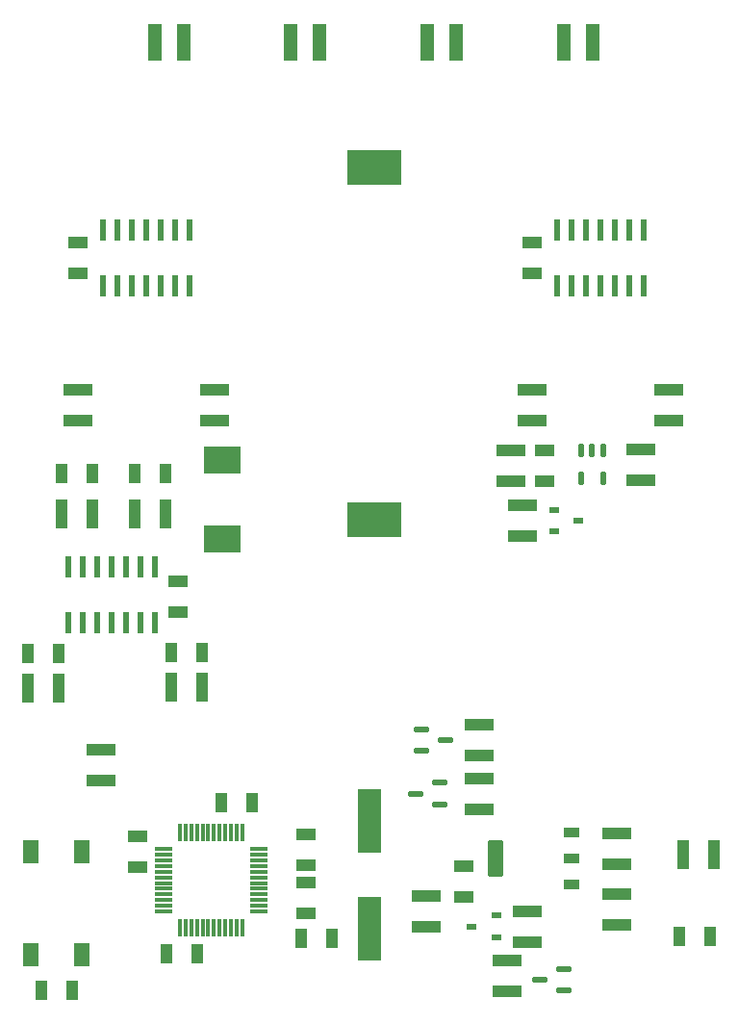
<source format=gbp>
G04*
G04 #@! TF.GenerationSoftware,Altium Limited,Altium Designer,20.1.8 (145)*
G04*
G04 Layer_Color=128*
%FSLAX25Y25*%
%MOIN*%
G70*
G04*
G04 #@! TF.SameCoordinates,CC740219-02E3-49CA-8287-50D337AD25DE*
G04*
G04*
G04 #@! TF.FilePolarity,Positive*
G04*
G01*
G75*
%ADD14R,0.10236X0.04331*%
%ADD15R,0.06693X0.04331*%
%ADD16R,0.05000X0.12520*%
G04:AMPARAMS|DCode=40|XSize=82.68mil|YSize=54.33mil|CornerRadius=4.08mil|HoleSize=0mil|Usage=FLASHONLY|Rotation=270.000|XOffset=0mil|YOffset=0mil|HoleType=Round|Shape=RoundedRectangle|*
%AMROUNDEDRECTD40*
21,1,0.08268,0.04618,0,0,270.0*
21,1,0.07453,0.05433,0,0,270.0*
1,1,0.00815,-0.02309,-0.03726*
1,1,0.00815,-0.02309,0.03726*
1,1,0.00815,0.02309,0.03726*
1,1,0.00815,0.02309,-0.03726*
%
%ADD40ROUNDEDRECTD40*%
%ADD41R,0.04331X0.10236*%
%ADD42R,0.18819X0.12402*%
%ADD43R,0.02000X0.07800*%
%ADD44R,0.12992X0.09449*%
G04:AMPARAMS|DCode=45|XSize=51.18mil|YSize=23.23mil|CornerRadius=5.81mil|HoleSize=0mil|Usage=FLASHONLY|Rotation=180.000|XOffset=0mil|YOffset=0mil|HoleType=Round|Shape=RoundedRectangle|*
%AMROUNDEDRECTD45*
21,1,0.05118,0.01161,0,0,180.0*
21,1,0.03957,0.02323,0,0,180.0*
1,1,0.01161,-0.01978,0.00581*
1,1,0.01161,0.01978,0.00581*
1,1,0.01161,0.01978,-0.00581*
1,1,0.01161,-0.01978,-0.00581*
%
%ADD45ROUNDEDRECTD45*%
%ADD46R,0.08300X0.22000*%
G04:AMPARAMS|DCode=47|XSize=127.56mil|YSize=51.58mil|CornerRadius=3.87mil|HoleSize=0mil|Usage=FLASHONLY|Rotation=270.000|XOffset=0mil|YOffset=0mil|HoleType=Round|Shape=RoundedRectangle|*
%AMROUNDEDRECTD47*
21,1,0.12756,0.04384,0,0,270.0*
21,1,0.11982,0.05158,0,0,270.0*
1,1,0.00774,-0.02192,-0.05991*
1,1,0.00774,-0.02192,0.05991*
1,1,0.00774,0.02192,0.05991*
1,1,0.00774,0.02192,-0.05991*
%
%ADD47ROUNDEDRECTD47*%
G04:AMPARAMS|DCode=48|XSize=36.61mil|YSize=51.58mil|CornerRadius=2.75mil|HoleSize=0mil|Usage=FLASHONLY|Rotation=270.000|XOffset=0mil|YOffset=0mil|HoleType=Round|Shape=RoundedRectangle|*
%AMROUNDEDRECTD48*
21,1,0.03661,0.04608,0,0,270.0*
21,1,0.03112,0.05158,0,0,270.0*
1,1,0.00549,-0.02304,-0.01556*
1,1,0.00549,-0.02304,0.01556*
1,1,0.00549,0.02304,0.01556*
1,1,0.00549,0.02304,-0.01556*
%
%ADD48ROUNDEDRECTD48*%
G04:AMPARAMS|DCode=49|XSize=11.02mil|YSize=61.42mil|CornerRadius=2.76mil|HoleSize=0mil|Usage=FLASHONLY|Rotation=180.000|XOffset=0mil|YOffset=0mil|HoleType=Round|Shape=RoundedRectangle|*
%AMROUNDEDRECTD49*
21,1,0.01102,0.05591,0,0,180.0*
21,1,0.00551,0.06142,0,0,180.0*
1,1,0.00551,-0.00276,0.02795*
1,1,0.00551,0.00276,0.02795*
1,1,0.00551,0.00276,-0.02795*
1,1,0.00551,-0.00276,-0.02795*
%
%ADD49ROUNDEDRECTD49*%
G04:AMPARAMS|DCode=50|XSize=11.02mil|YSize=61.42mil|CornerRadius=2.76mil|HoleSize=0mil|Usage=FLASHONLY|Rotation=90.000|XOffset=0mil|YOffset=0mil|HoleType=Round|Shape=RoundedRectangle|*
%AMROUNDEDRECTD50*
21,1,0.01102,0.05591,0,0,90.0*
21,1,0.00551,0.06142,0,0,90.0*
1,1,0.00551,0.02795,0.00276*
1,1,0.00551,0.02795,-0.00276*
1,1,0.00551,-0.02795,-0.00276*
1,1,0.00551,-0.02795,0.00276*
%
%ADD50ROUNDEDRECTD50*%
%ADD51R,0.04331X0.06693*%
%ADD52R,0.03347X0.02362*%
G04:AMPARAMS|DCode=53|XSize=47.64mil|YSize=23.23mil|CornerRadius=5.81mil|HoleSize=0mil|Usage=FLASHONLY|Rotation=270.000|XOffset=0mil|YOffset=0mil|HoleType=Round|Shape=RoundedRectangle|*
%AMROUNDEDRECTD53*
21,1,0.04764,0.01161,0,0,270.0*
21,1,0.03602,0.02323,0,0,270.0*
1,1,0.01161,-0.00581,-0.01801*
1,1,0.01161,-0.00581,0.01801*
1,1,0.01161,0.00581,0.01801*
1,1,0.01161,0.00581,-0.01801*
%
%ADD53ROUNDEDRECTD53*%
D14*
X274000Y368185D02*
D03*
Y378815D02*
D03*
X171118Y399764D02*
D03*
Y389134D02*
D03*
X123874Y399764D02*
D03*
Y389134D02*
D03*
X281354Y399764D02*
D03*
Y389134D02*
D03*
X328598Y399764D02*
D03*
Y389134D02*
D03*
X263000Y254685D02*
D03*
Y265315D02*
D03*
X263000Y283815D02*
D03*
Y273185D02*
D03*
X132000Y275315D02*
D03*
Y264685D02*
D03*
X244507Y214000D02*
D03*
Y224630D02*
D03*
X279500Y208685D02*
D03*
Y219315D02*
D03*
X272500Y202315D02*
D03*
Y191685D02*
D03*
X319000Y379315D02*
D03*
Y368685D02*
D03*
X278000Y359815D02*
D03*
Y349185D02*
D03*
X310500Y235685D02*
D03*
Y246315D02*
D03*
Y214685D02*
D03*
Y225315D02*
D03*
D15*
X285500Y368185D02*
D03*
Y378815D02*
D03*
X144500Y234685D02*
D03*
Y245315D02*
D03*
X158437Y333630D02*
D03*
Y323000D02*
D03*
X257500Y234815D02*
D03*
Y224185D02*
D03*
X281354Y440315D02*
D03*
Y450945D02*
D03*
X123874Y440315D02*
D03*
Y450945D02*
D03*
X203000Y245815D02*
D03*
Y235185D02*
D03*
X203000Y218685D02*
D03*
Y229315D02*
D03*
D16*
X160366Y520189D02*
D03*
X150366D02*
D03*
X197610D02*
D03*
X207610D02*
D03*
X254854D02*
D03*
X244854D02*
D03*
X292098D02*
D03*
X302098D02*
D03*
X160366D02*
D03*
X150366D02*
D03*
X197610D02*
D03*
X207610D02*
D03*
X254854D02*
D03*
X244854D02*
D03*
X292098D02*
D03*
X302098D02*
D03*
D40*
X107681Y204087D02*
D03*
X125319D02*
D03*
X107681Y239913D02*
D03*
X125319D02*
D03*
D41*
X143685Y357000D02*
D03*
X154315D02*
D03*
X333685Y239000D02*
D03*
X344315D02*
D03*
X156185Y297000D02*
D03*
X166815D02*
D03*
X117315Y296500D02*
D03*
X106685D02*
D03*
X128815Y357000D02*
D03*
X118185D02*
D03*
D42*
X226500Y477000D02*
D03*
Y354795D02*
D03*
D43*
X132496Y435930D02*
D03*
X137496D02*
D03*
X142496D02*
D03*
X147496D02*
D03*
X152496D02*
D03*
X157496D02*
D03*
X162496D02*
D03*
Y455330D02*
D03*
X157496D02*
D03*
X152496D02*
D03*
X147496D02*
D03*
X142496D02*
D03*
X137496D02*
D03*
X132496D02*
D03*
X289976D02*
D03*
X294976D02*
D03*
X299976D02*
D03*
X304976D02*
D03*
X309976D02*
D03*
X314976D02*
D03*
X319976D02*
D03*
Y435930D02*
D03*
X314976D02*
D03*
X309976D02*
D03*
X304976D02*
D03*
X299976D02*
D03*
X294976D02*
D03*
X289976D02*
D03*
X150500Y338700D02*
D03*
X145500D02*
D03*
X140500D02*
D03*
X135500D02*
D03*
X130500D02*
D03*
X125500D02*
D03*
X120500D02*
D03*
Y319300D02*
D03*
X125500D02*
D03*
X130500D02*
D03*
X135500D02*
D03*
X140500D02*
D03*
X145500D02*
D03*
X150500D02*
D03*
D44*
X174000Y348319D02*
D03*
Y375681D02*
D03*
D45*
X242965Y274760D02*
D03*
Y282240D02*
D03*
X251035Y278500D02*
D03*
X249035Y263740D02*
D03*
Y256260D02*
D03*
X240965Y260000D02*
D03*
X283965Y195500D02*
D03*
X292035Y191760D02*
D03*
Y199240D02*
D03*
D46*
X225000Y250700D02*
D03*
Y213300D02*
D03*
D47*
X268500Y237500D02*
D03*
D48*
X294838Y228484D02*
D03*
Y237500D02*
D03*
Y246516D02*
D03*
D49*
X169016Y246457D02*
D03*
X170984D02*
D03*
X174921D02*
D03*
X176890D02*
D03*
X180827Y213543D02*
D03*
X178858D02*
D03*
X176890D02*
D03*
X174921D02*
D03*
X172953D02*
D03*
X170984D02*
D03*
X169016D02*
D03*
X167047D02*
D03*
X165079D02*
D03*
X163110D02*
D03*
X161142D02*
D03*
X159173D02*
D03*
Y246457D02*
D03*
X161142D02*
D03*
X163110D02*
D03*
X165079D02*
D03*
X167047D02*
D03*
X172953D02*
D03*
X178858D02*
D03*
X180827D02*
D03*
D50*
X186457Y240827D02*
D03*
Y238858D02*
D03*
Y236890D02*
D03*
Y234921D02*
D03*
Y232953D02*
D03*
Y230984D02*
D03*
Y229016D02*
D03*
Y227047D02*
D03*
Y225079D02*
D03*
Y223110D02*
D03*
Y221142D02*
D03*
Y219173D02*
D03*
X153543D02*
D03*
Y221142D02*
D03*
Y223110D02*
D03*
Y225079D02*
D03*
Y227047D02*
D03*
Y229016D02*
D03*
Y230984D02*
D03*
Y232953D02*
D03*
Y234921D02*
D03*
Y236890D02*
D03*
Y238858D02*
D03*
Y240827D02*
D03*
D51*
X201185Y210000D02*
D03*
X211815D02*
D03*
X166815Y309000D02*
D03*
X156185D02*
D03*
X165315Y204500D02*
D03*
X154685D02*
D03*
X184315Y257000D02*
D03*
X173685D02*
D03*
X342815Y210500D02*
D03*
X332185D02*
D03*
X111185Y192000D02*
D03*
X121815D02*
D03*
X106685Y308500D02*
D03*
X117315D02*
D03*
X128815Y371000D02*
D03*
X118185D02*
D03*
X154315D02*
D03*
X143685D02*
D03*
D52*
X268732Y217740D02*
D03*
Y210260D02*
D03*
X260268Y214000D02*
D03*
X297232Y354500D02*
D03*
X288768Y358240D02*
D03*
Y350760D02*
D03*
D53*
X298260Y369059D02*
D03*
X305740D02*
D03*
Y378941D02*
D03*
X302000D02*
D03*
X298260D02*
D03*
M02*

</source>
